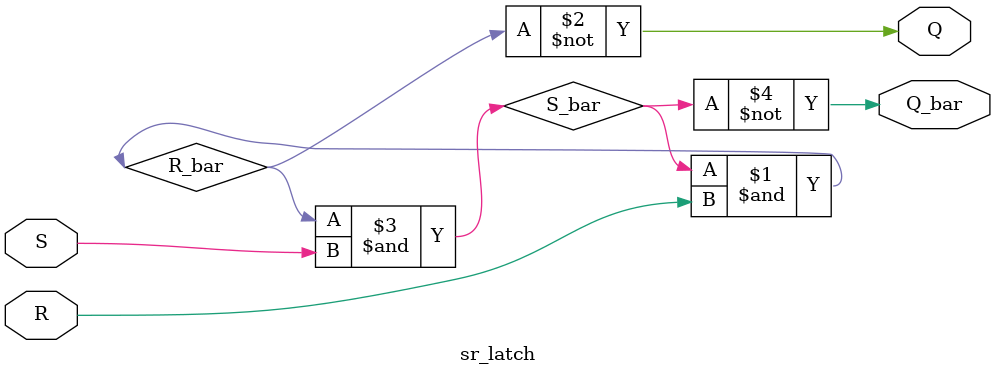
<source format=v>
`timescale 1ns / 1ps

module sr_latch (S, R, Q, Q_bar);
    input S, R;
    output Q, Q_bar;
    wire S_bar, R_bar;

    nand (Q, S_bar, R);
    nand (Q_bar, R_bar, S);

    assign S_bar = ~Q_bar;
    assign R_bar = ~Q;
endmodule


</source>
